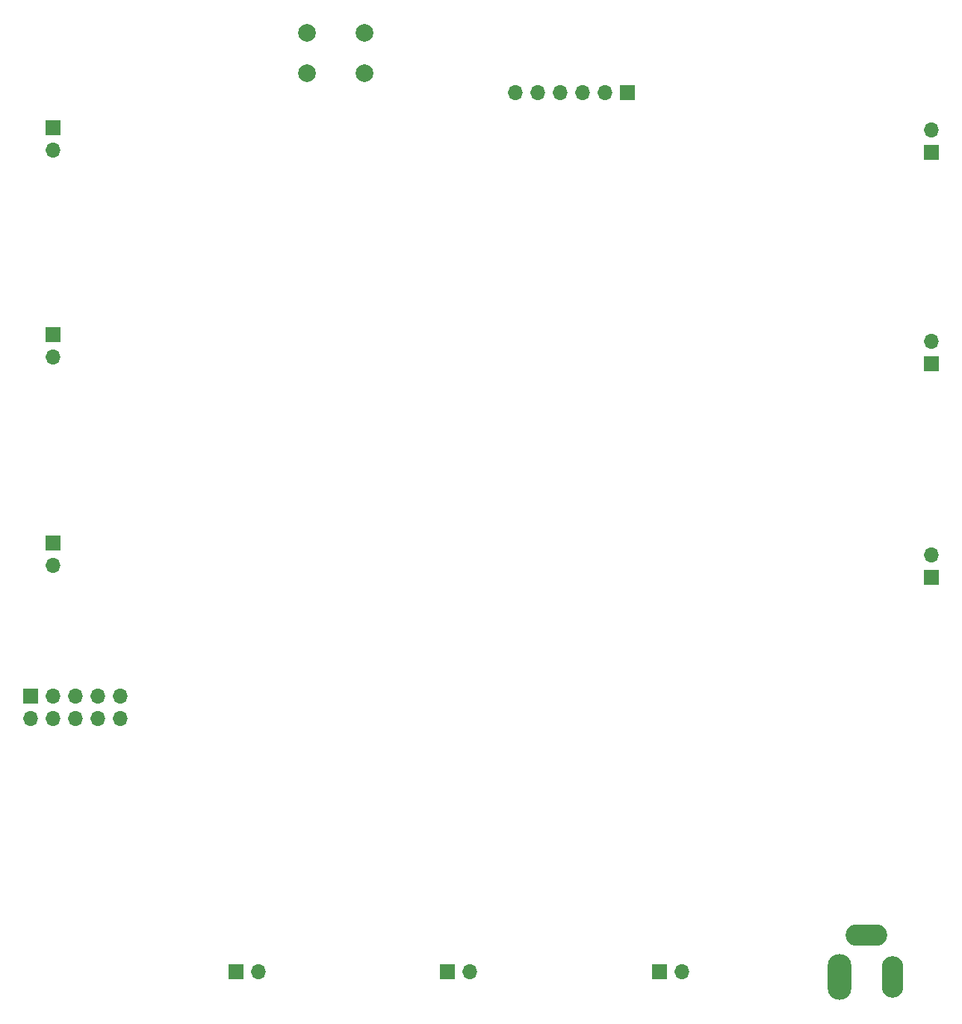
<source format=gbr>
%TF.GenerationSoftware,KiCad,Pcbnew,(6.0.11-0)*%
%TF.CreationDate,2023-11-18T01:36:25-06:00*%
%TF.ProjectId,ECE395_Digital_Target,45434533-3935-45f4-9469-676974616c5f,rev?*%
%TF.SameCoordinates,Original*%
%TF.FileFunction,Soldermask,Bot*%
%TF.FilePolarity,Negative*%
%FSLAX46Y46*%
G04 Gerber Fmt 4.6, Leading zero omitted, Abs format (unit mm)*
G04 Created by KiCad (PCBNEW (6.0.11-0)) date 2023-11-18 01:36:25*
%MOMM*%
%LPD*%
G01*
G04 APERTURE LIST*
%ADD10R,1.700000X1.700000*%
%ADD11O,1.700000X1.700000*%
%ADD12O,2.704000X5.204000*%
%ADD13O,2.454000X4.704000*%
%ADD14O,4.704000X2.454000*%
%ADD15C,2.000000*%
G04 APERTURE END LIST*
D10*
%TO.C,S2*%
X123925000Y-41400000D03*
D11*
X121385000Y-41400000D03*
X118845000Y-41400000D03*
X116305000Y-41400000D03*
X113765000Y-41400000D03*
X111225000Y-41400000D03*
%TD*%
D12*
%TO.C,J0*%
X148000000Y-141600000D03*
D13*
X154000000Y-141600000D03*
D14*
X151000000Y-136900000D03*
%TD*%
D10*
%TO.C,J1*%
X58800000Y-45400000D03*
D11*
X58800000Y-47940000D03*
%TD*%
D10*
%TO.C,J7*%
X79600000Y-141000000D03*
D11*
X82140000Y-141000000D03*
%TD*%
D10*
%TO.C,J4*%
X158400000Y-48200000D03*
D11*
X158400000Y-45660000D03*
%TD*%
D10*
%TO.C,J5*%
X158400000Y-72100000D03*
D11*
X158400000Y-69560000D03*
%TD*%
D10*
%TO.C,S1*%
X56260000Y-109800000D03*
D11*
X56260000Y-112340000D03*
X58800000Y-109800000D03*
X58800000Y-112340000D03*
X61340000Y-109800000D03*
X61340000Y-112340000D03*
X63880000Y-109800000D03*
X63880000Y-112340000D03*
X66420000Y-109800000D03*
X66420000Y-112340000D03*
%TD*%
D10*
%TO.C,J9*%
X127600000Y-141000000D03*
D11*
X130140000Y-141000000D03*
%TD*%
D10*
%TO.C,J6*%
X158400000Y-96300000D03*
D11*
X158400000Y-93760000D03*
%TD*%
D10*
%TO.C,J8*%
X103500000Y-141000000D03*
D11*
X106040000Y-141000000D03*
%TD*%
D15*
%TO.C,SW1*%
X87650000Y-34650000D03*
X94150000Y-34650000D03*
X94150000Y-39150000D03*
X87650000Y-39150000D03*
%TD*%
D10*
%TO.C,J3*%
X58800000Y-92400000D03*
D11*
X58800000Y-94940000D03*
%TD*%
D10*
%TO.C,J2*%
X58800000Y-68800000D03*
D11*
X58800000Y-71340000D03*
%TD*%
M02*

</source>
